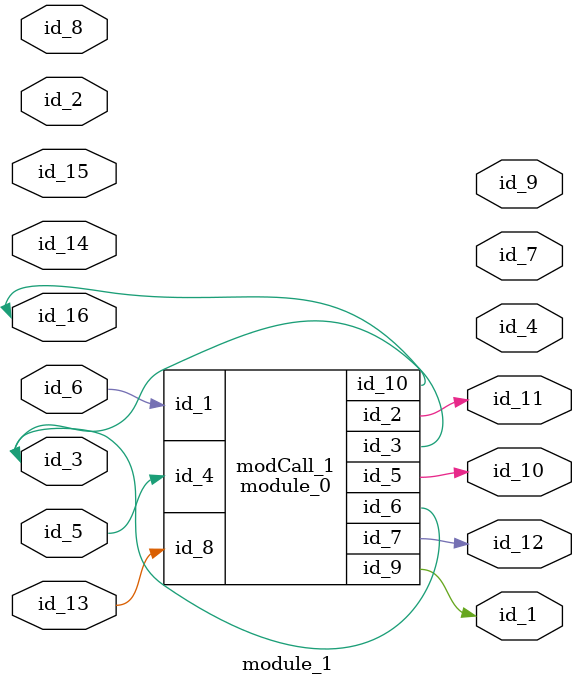
<source format=v>
module module_0 (
    id_1,
    id_2,
    id_3,
    id_4,
    id_5,
    id_6,
    id_7,
    id_8,
    id_9,
    id_10
);
  output wire id_10;
  output wire id_9;
  input wire id_8;
  output wire id_7;
  output wire id_6;
  output wire id_5;
  input wire id_4;
  inout wire id_3;
  output wire id_2;
  input wire id_1;
  assign id_9 = 1 == -1;
endmodule
module module_1 (
    id_1,
    id_2,
    id_3,
    id_4,
    id_5,
    id_6,
    id_7,
    id_8,
    id_9,
    id_10,
    id_11,
    id_12,
    id_13,
    id_14,
    id_15,
    id_16
);
  inout wire id_16;
  input wire id_15;
  inout wire id_14;
  inout wire id_13;
  output wire id_12;
  output wire id_11;
  output wire id_10;
  output wire id_9;
  inout wire id_8;
  output wire id_7;
  input wire id_6;
  input wire id_5;
  output wire id_4;
  inout wire id_3;
  input wire id_2;
  output wire id_1;
  module_0 modCall_1 (
      id_6,
      id_11,
      id_3,
      id_5,
      id_10,
      id_3,
      id_12,
      id_13,
      id_1,
      id_16
  );
endmodule

</source>
